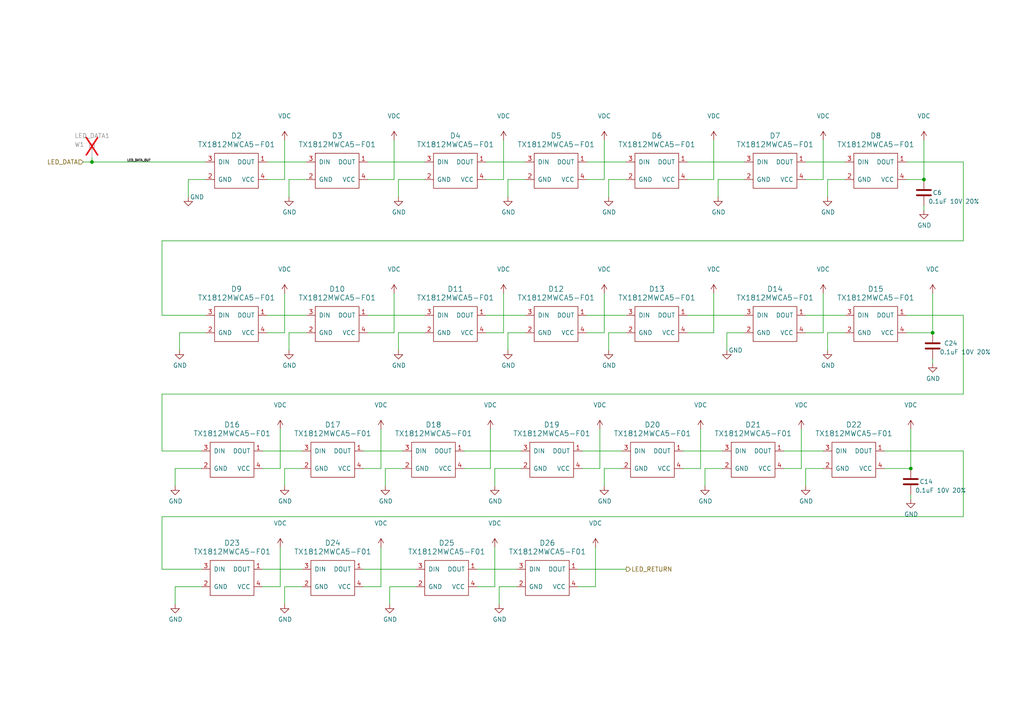
<source format=kicad_sch>
(kicad_sch (version 20250114) (generator "eeschema") (generator_version "9.0")
  (paper "A4")
  (title_block (title "Pixels D20 Schematic, Main") (date "2022-08-26") (rev "13") (company "Systemic Games, LLC") (comment 1 "LED Chain"))
  (lib_symbols
    (symbol "Device:C" (pin_numbers (hide yes)) (pin_names (offset 0.254))
      (property "Reference" "C" (at 0.635 2.54 0))
      (property "Value" "C" (at 0.635 -2.54 0))
      (symbol "C_0_1"
        (polyline (pts (xy -2.032 0.762) (xy 2.032 0.762)) (stroke (width 0.508)))
        (polyline (pts (xy -2.032 -0.762) (xy 2.032 -0.762)) (stroke (width 0.508)))
      )
      (symbol "C_1_1"
        (pin passive line (at 0 3.81 270) (length 2.794) (name "~") (number "1"))
        (pin passive line (at 0 -3.81 90) (length 2.794) (name "~") (number "2"))
      )
    )
    (symbol "Pixels-dice:TEST_1P-conn" (pin_numbers (hide yes)) (pin_names (offset 0.762) (hide yes))
      (property "Reference" "W" (at 0 6.858 0))
      (property "Value" "TEST_1P-conn" (at 0 5.08 0))
      (symbol "TEST_1P-conn_0_1"
        (circle (center 0 3.302) (radius 0.762))
      )
      (symbol "TEST_1P-conn_1_1"
        (pin passive line (at 0 0 90) (length 2.54) (name "1") (number "1"))
      )
    )
    (symbol "Pixels-dice:TX1812MJA5" (pin_names (offset 1.016))
      (property "Reference" "D" (at 0 -6.35 0))
      (property "Value" "TX1812MJA5" (at 0 6.35 0))
      (symbol "TX1812MJA5_0_1"
        (rectangle (start -6.35 5.08) (end 6.35 -5.08))
      )
      (symbol "TX1812MJA5_1_1"
        (pin input line (at -8.89 2.54 0) (length 2.54) (name "DIN") (number "3"))
        (pin power_in line (at -8.89 -2.54 0) (length 2.54) (name "GND") (number "2"))
        (pin output line (at 8.89 2.54 180) (length 2.54) (name "DOUT") (number "1"))
        (pin power_in line (at 8.89 -2.54 180) (length 2.54) (name "VCC") (number "4"))
      )
    )
    (symbol "power:GND" (power) (pin_names (offset 0))
      (property "Value" "GND" (at 0 -3.81 0))
      (symbol "GND_0_1"
        (polyline (pts (xy 0 0) (xy 0 -1.27) (xy 1.27 -1.27) (xy 0 -2.54) (xy -1.27 -1.27) (xy 0 -1.27)))
      )
      (symbol "GND_1_1"
        (pin power_in line (at 0 0 270) (length 0) (hide yes) (name "GND") (number "1"))
      )
    )
    (symbol "power:VDC" (power) (pin_names (offset 0))
      (property "Value" "VDC" (at 0 6.35 0))
      (symbol "VDC_0_1"
        (polyline (pts (xy -0.762 1.27) (xy 0 2.54)))
        (polyline (pts (xy 0 2.54) (xy 0.762 1.27)))
        (polyline (pts (xy 0 0) (xy 0 2.54)))
      )
      (symbol "VDC_1_1"
        (pin power_in line (at 0 0 90) (length 0) (hide yes) (name "VDC") (number "1"))
      )
    )
  )
  (junction (at 26.67 46.99))
  (junction (at 270.51 96.52))
  (junction (at 264.16 135.89))
  (junction (at 267.97 52.07))
  (wire (pts (xy 256.54 130.81) (xy 279.4 130.81)))
  (wire (pts (xy 233.68 96.52) (xy 238.76 96.52)))
  (wire (pts (xy 175.26 85.09) (xy 175.26 96.52)))
  (wire (pts (xy 207.01 40.64) (xy 207.01 52.07)))
  (wire (pts (xy 264.16 143.51) (xy 264.16 144.78)))
  (wire (pts (xy 203.2 124.46) (xy 203.2 135.89)))
  (wire (pts (xy 82.55 175.26) (xy 82.55 170.18)))
  (wire (pts (xy 140.97 46.99) (xy 152.4 46.99)))
  (wire (pts (xy 198.12 135.89) (xy 203.2 135.89)))
  (wire (pts (xy 279.4 46.99) (xy 279.4 69.85)))
  (wire (pts (xy 270.51 104.14) (xy 270.51 105.41)))
  (wire (pts (xy 138.43 170.18) (xy 143.51 170.18)))
  (wire (pts (xy 233.68 52.07) (xy 238.76 52.07)))
  (wire (pts (xy 50.8 170.18) (xy 58.42 170.18)))
  (wire (pts (xy 46.99 149.86) (xy 46.99 165.1)))
  (wire (pts (xy 106.68 96.52) (xy 114.3 96.52)))
  (wire (pts (xy 176.53 96.52) (xy 176.53 101.6)))
  (wire (pts (xy 279.4 114.3) (xy 46.99 114.3)))
  (wire (pts (xy 170.18 52.07) (xy 175.26 52.07)))
  (wire (pts (xy 176.53 52.07) (xy 181.61 52.07)))
  (wire (pts (xy 227.33 130.81) (xy 238.76 130.81)))
  (wire (pts (xy 50.8 135.89) (xy 50.8 140.97)))
  (wire (pts (xy 264.16 124.46) (xy 264.16 135.89)))
  (wire (pts (xy 176.53 52.07) (xy 176.53 57.15)))
  (wire (pts (xy 172.72 158.75) (xy 172.72 170.18)))
  (wire (pts (xy 82.55 85.09) (xy 82.55 96.52)))
  (wire (pts (xy 46.99 69.85) (xy 46.99 91.44)))
  (wire (pts (xy 233.68 135.89) (xy 238.76 135.89)))
  (wire (pts (xy 76.2 170.18) (xy 81.28 170.18)))
  (wire (pts (xy 146.05 85.09) (xy 146.05 96.52)))
  (wire (pts (xy 170.18 46.99) (xy 181.61 46.99)))
  (wire (pts (xy 210.82 96.52) (xy 210.82 101.6)))
  (wire (pts (xy 105.41 170.18) (xy 110.49 170.18)))
  (wire (pts (xy 76.2 165.1) (xy 87.63 165.1)))
  (wire (pts (xy 77.47 91.44) (xy 88.9 91.44)))
  (wire (pts (xy 144.78 170.18) (xy 149.86 170.18)))
  (wire (pts (xy 170.18 91.44) (xy 181.61 91.44)))
  (wire (pts (xy 114.3 40.64) (xy 114.3 52.07)))
  (wire (pts (xy 147.32 52.07) (xy 152.4 52.07)))
  (wire (pts (xy 147.32 96.52) (xy 152.4 96.52)))
  (wire (pts (xy 167.64 170.18) (xy 172.72 170.18)))
  (wire (pts (xy 204.47 140.97) (xy 204.47 135.89)))
  (wire (pts (xy 143.51 158.75) (xy 143.51 170.18)))
  (wire (pts (xy 76.2 130.81) (xy 87.63 130.81)))
  (wire (pts (xy 267.97 59.69) (xy 267.97 60.96)))
  (wire (pts (xy 46.99 130.81) (xy 58.42 130.81)))
  (wire (pts (xy 262.89 52.07) (xy 267.97 52.07)))
  (wire (pts (xy 175.26 40.64) (xy 175.26 52.07)))
  (wire (pts (xy 111.76 135.89) (xy 111.76 140.97)))
  (wire (pts (xy 140.97 91.44) (xy 152.4 91.44)))
  (wire (pts (xy 83.82 101.6) (xy 83.82 96.52)))
  (wire (pts (xy 144.78 175.26) (xy 144.78 170.18)))
  (wire (pts (xy 204.47 135.89) (xy 209.55 135.89)))
  (wire (pts (xy 199.39 96.52) (xy 207.01 96.52)))
  (wire (pts (xy 232.41 124.46) (xy 232.41 135.89)))
  (wire (pts (xy 106.68 46.99) (xy 123.19 46.99)))
  (wire (pts (xy 198.12 130.81) (xy 209.55 130.81)))
  (wire (pts (xy 240.03 96.52) (xy 245.11 96.52)))
  (wire (pts (xy 279.4 91.44) (xy 279.4 114.3)))
  (wire (pts (xy 77.47 96.52) (xy 82.55 96.52)))
  (wire (pts (xy 83.82 57.15) (xy 83.82 52.07)))
  (wire (pts (xy 111.76 135.89) (xy 116.84 135.89)))
  (wire (pts (xy 50.8 135.89) (xy 58.42 135.89)))
  (wire (pts (xy 240.03 52.07) (xy 245.11 52.07)))
  (wire (pts (xy 199.39 91.44) (xy 215.9 91.44)))
  (wire (pts (xy 199.39 52.07) (xy 207.01 52.07)))
  (wire (pts (xy 262.89 46.99) (xy 279.4 46.99)))
  (wire (pts (xy 267.97 40.64) (xy 267.97 52.07)))
  (wire (pts (xy 233.68 91.44) (xy 245.11 91.44)))
  (wire (pts (xy 26.67 46.99) (xy 59.69 46.99)))
  (wire (pts (xy 76.2 135.89) (xy 81.28 135.89)))
  (wire (pts (xy 142.24 124.46) (xy 142.24 135.89)))
  (wire (pts (xy 106.68 52.07) (xy 114.3 52.07)))
  (wire (pts (xy 170.18 96.52) (xy 175.26 96.52)))
  (wire (pts (xy 54.61 52.07) (xy 54.61 57.15)))
  (wire (pts (xy 147.32 57.15) (xy 147.32 52.07)))
  (wire (pts (xy 50.8 170.18) (xy 50.8 175.26)))
  (wire (pts (xy 114.3 85.09) (xy 114.3 96.52)))
  (wire (pts (xy 262.89 96.52) (xy 270.51 96.52)))
  (wire (pts (xy 26.67 45.72) (xy 26.67 46.99)))
  (wire (pts (xy 240.03 101.6) (xy 240.03 96.52)))
  (wire (pts (xy 168.91 130.81) (xy 180.34 130.81)))
  (wire (pts (xy 82.55 170.18) (xy 87.63 170.18)))
  (wire (pts (xy 113.03 170.18) (xy 120.65 170.18)))
  (wire (pts (xy 270.51 85.09) (xy 270.51 96.52)))
  (wire (pts (xy 208.28 52.07) (xy 208.28 57.15)))
  (wire (pts (xy 46.99 91.44) (xy 59.69 91.44)))
  (wire (pts (xy 143.51 135.89) (xy 143.51 140.97)))
  (wire (pts (xy 175.26 135.89) (xy 180.34 135.89)))
  (wire (pts (xy 279.4 130.81) (xy 279.4 149.86)))
  (wire (pts (xy 143.51 135.89) (xy 151.13 135.89)))
  (wire (pts (xy 134.62 130.81) (xy 151.13 130.81)))
  (wire (pts (xy 173.99 124.46) (xy 173.99 135.89)))
  (wire (pts (xy 208.28 52.07) (xy 215.9 52.07)))
  (wire (pts (xy 227.33 135.89) (xy 232.41 135.89)))
  (wire (pts (xy 147.32 101.6) (xy 147.32 96.52)))
  (wire (pts (xy 233.68 135.89) (xy 233.68 140.97)))
  (wire (pts (xy 46.99 165.1) (xy 58.42 165.1)))
  (wire (pts (xy 82.55 140.97) (xy 82.55 135.89)))
  (wire (pts (xy 279.4 149.86) (xy 46.99 149.86)))
  (wire (pts (xy 167.64 165.1) (xy 181.61 165.1)))
  (wire (pts (xy 54.61 52.07) (xy 59.69 52.07)))
  (wire (pts (xy 105.41 130.81) (xy 116.84 130.81)))
  (wire (pts (xy 210.82 96.52) (xy 215.9 96.52)))
  (wire (pts (xy 83.82 96.52) (xy 88.9 96.52)))
  (wire (pts (xy 238.76 85.09) (xy 238.76 96.52)))
  (wire (pts (xy 110.49 158.75) (xy 110.49 170.18)))
  (wire (pts (xy 106.68 91.44) (xy 123.19 91.44)))
  (wire (pts (xy 262.89 91.44) (xy 279.4 91.44)))
  (wire (pts (xy 52.07 96.52) (xy 59.69 96.52)))
  (wire (pts (xy 83.82 52.07) (xy 88.9 52.07)))
  (wire (pts (xy 140.97 52.07) (xy 146.05 52.07)))
  (wire (pts (xy 24.13 46.99) (xy 26.67 46.99)))
  (wire (pts (xy 256.54 135.89) (xy 264.16 135.89)))
  (wire (pts (xy 233.68 46.99) (xy 245.11 46.99)))
  (wire (pts (xy 279.4 69.85) (xy 46.99 69.85)))
  (wire (pts (xy 115.57 96.52) (xy 115.57 101.6)))
  (wire (pts (xy 77.47 46.99) (xy 88.9 46.99)))
  (wire (pts (xy 168.91 135.89) (xy 173.99 135.89)))
  (wire (pts (xy 115.57 96.52) (xy 123.19 96.52)))
  (wire (pts (xy 238.76 40.64) (xy 238.76 52.07)))
  (wire (pts (xy 81.28 124.46) (xy 81.28 135.89)))
  (wire (pts (xy 113.03 170.18) (xy 113.03 175.26)))
  (wire (pts (xy 110.49 124.46) (xy 110.49 135.89)))
  (wire (pts (xy 81.28 158.75) (xy 81.28 170.18)))
  (wire (pts (xy 105.41 135.89) (xy 110.49 135.89)))
  (wire (pts (xy 134.62 135.89) (xy 142.24 135.89)))
  (wire (pts (xy 175.26 140.97) (xy 175.26 135.89)))
  (wire (pts (xy 46.99 114.3) (xy 46.99 130.81)))
  (wire (pts (xy 138.43 165.1) (xy 149.86 165.1)))
  (wire (pts (xy 207.01 85.09) (xy 207.01 96.52)))
  (wire (pts (xy 140.97 96.52) (xy 146.05 96.52)))
  (wire (pts (xy 82.55 40.64) (xy 82.55 52.07)))
  (wire (pts (xy 199.39 46.99) (xy 215.9 46.99)))
  (wire (pts (xy 115.57 52.07) (xy 123.19 52.07)))
  (wire (pts (xy 146.05 40.64) (xy 146.05 52.07)))
  (wire (pts (xy 240.03 57.15) (xy 240.03 52.07)))
  (wire (pts (xy 77.47 52.07) (xy 82.55 52.07)))
  (wire (pts (xy 52.07 96.52) (xy 52.07 101.6)))
  (wire (pts (xy 82.55 135.89) (xy 87.63 135.89)))
  (wire (pts (xy 176.53 96.52) (xy 181.61 96.52)))
  (wire (pts (xy 115.57 52.07) (xy 115.57 57.15)))
  (wire (pts (xy 105.41 165.1) (xy 120.65 165.1)))
  (label "LED_DATA_OUT" (at 36.83 46.99 0) (effects (font (size 0.635 0.635))))
  (hierarchical_label "LED_RETURN" (shape output) (at 181.61 165.1 0))
  (hierarchical_label "LED_DATA" (shape input) (at 24.13 46.99 180))
  (symbol (lib_id "power:VDC") (at 82.55 40.64 0) (unit 1)
    (property "Reference" "#PWR0103" (effects (hide yes)))
    (property "Value" "VDC" (at 82.55 33.655 0))
  )
  (symbol (lib_id "power:VDC") (at 114.3 40.64 0) (unit 1)
    (property "Reference" "#PWR0104" (effects (hide yes)))
    (property "Value" "VDC" (at 114.3 33.655 0))
  )
  (symbol (lib_id "power:GND") (at 54.61 57.15 0) (unit 1)
    (property "Reference" "#PWR0105" (effects (hide yes)))
    (property "Value" "GND" (at 57.15 57.15 0))
  )
  (symbol (lib_id "power:GND") (at 83.82 57.15 0) (unit 1)
    (property "Reference" "#PWR0106" (effects (hide yes)))
    (property "Value" "GND" (at 83.947 61.5442 0))
  )
  (symbol (lib_id "power:VDC") (at 146.05 40.64 0) (unit 1)
    (property "Reference" "#PWR0107" (effects (hide yes)))
    (property "Value" "VDC" (at 146.05 33.655 0))
  )
  (symbol (lib_id "power:VDC") (at 175.26 40.64 0) (unit 1)
    (property "Reference" "#PWR0108" (effects (hide yes)))
    (property "Value" "VDC" (at 175.26 33.655 0))
  )
  (symbol (lib_id "power:GND") (at 115.57 57.15 0) (unit 1)
    (property "Reference" "#PWR0109" (effects (hide yes)))
    (property "Value" "GND" (at 115.697 61.5442 0))
  )
  (symbol (lib_id "power:GND") (at 147.32 57.15 0) (unit 1)
    (property "Reference" "#PWR0110" (effects (hide yes)))
    (property "Value" "GND" (at 147.447 61.5442 0))
  )
  (symbol (lib_id "power:VDC") (at 207.01 40.64 0) (unit 1)
    (property "Reference" "#PWR0111" (effects (hide yes)))
    (property "Value" "VDC" (at 207.01 33.655 0))
  )
  (symbol (lib_id "power:VDC") (at 238.76 40.64 0) (unit 1)
    (property "Reference" "#PWR0112" (effects (hide yes)))
    (property "Value" "VDC" (at 238.76 33.655 0))
  )
  (symbol (lib_id "power:VDC") (at 267.97 40.64 0) (unit 1)
    (property "Reference" "#PWR0113" (effects (hide yes)))
    (property "Value" "VDC" (at 267.97 33.655 0))
  )
  (symbol (lib_id "power:GND") (at 208.28 57.15 0) (unit 1)
    (property "Reference" "#PWR0114" (effects (hide yes)))
    (property "Value" "GND" (at 208.407 61.5442 0))
  )
  (symbol (lib_id "power:GND") (at 240.03 57.15 0) (unit 1)
    (property "Reference" "#PWR0115" (effects (hide yes)))
    (property "Value" "GND" (at 240.157 61.5442 0))
  )
  (symbol (lib_id "power:GND") (at 176.53 57.15 0) (unit 1)
    (property "Reference" "#PWR0116" (effects (hide yes)))
    (property "Value" "GND" (at 176.657 61.5442 0))
  )
  (symbol (lib_id "power:VDC") (at 82.55 85.09 0) (unit 1)
    (property "Reference" "#PWR0117" (effects (hide yes)))
    (property "Value" "VDC" (at 82.55 78.105 0))
  )
  (symbol (lib_id "power:VDC") (at 114.3 85.09 0) (unit 1)
    (property "Reference" "#PWR0118" (effects (hide yes)))
    (property "Value" "VDC" (at 114.3 78.105 0))
  )
  (symbol (lib_id "power:GND") (at 52.07 101.6 0) (unit 1)
    (property "Reference" "#PWR0119" (effects (hide yes)))
    (property "Value" "GND" (at 52.197 105.9942 0))
  )
  (symbol (lib_id "power:GND") (at 83.82 101.6 0) (unit 1)
    (property "Reference" "#PWR0120" (effects (hide yes)))
    (property "Value" "GND" (at 83.947 105.9942 0))
  )
  (symbol (lib_id "power:VDC") (at 175.26 85.09 0) (unit 1)
    (property "Reference" "#PWR0121" (effects (hide yes)))
    (property "Value" "VDC" (at 175.26 78.105 0))
  )
  (symbol (lib_id "power:GND") (at 115.57 101.6 0) (unit 1)
    (property "Reference" "#PWR0122" (effects (hide yes)))
    (property "Value" "GND" (at 115.697 105.9942 0))
  )
  (symbol (lib_id "power:GND") (at 147.32 101.6 0) (unit 1)
    (property "Reference" "#PWR0123" (effects (hide yes)))
    (property "Value" "GND" (at 147.447 105.9942 0))
  )
  (symbol (lib_id "power:VDC") (at 270.51 85.09 0) (unit 1)
    (property "Reference" "#PWR0124" (effects (hide yes)))
    (property "Value" "VDC" (at 270.51 78.105 0))
  )
  (symbol (lib_id "power:GND") (at 176.53 101.6 0) (unit 1)
    (property "Reference" "#PWR0129" (effects (hide yes)))
    (property "Value" "GND" (at 176.657 105.9942 0))
  )
  (symbol (lib_id "power:GND") (at 267.97 60.96 0) (unit 1)
    (property "Reference" "#PWR0140" (effects (hide yes)))
    (property "Value" "GND" (at 268.097 65.3542 0))
  )
  (symbol (lib_id "Device:C") (at 270.51 100.33 0) (unit 1)
    (property "Reference" "C24" (at 273.812 99.568 0) (effects (justify left)))
    (property "Value" "0.1uF 10V 20%" (at 272.542 102.108 0) (effects (justify left)))
    (property "Footprint" "Capacitor_SMD:C_0201_0603Metric" (effects (hide yes)))
    (property "Generic OK" "YES" (effects (hide yes)))
    (property "Manufacturer" "HRE" (effects (hide yes)))
    (property "LCSC Part #" "C6119757" (effects (hide yes)))
    (property "Part Number" "CGA0201X5R104K100ET" (effects (hide yes)))
  )
  (symbol (lib_id "power:GND") (at 270.51 105.41 0) (unit 1)
    (property "Reference" "#PWR0141" (effects (hide yes)))
    (property "Value" "GND" (at 270.637 109.8042 0))
  )
  (symbol (lib_id "Pixels-dice:TX1812MJA5") (at 224.79 93.98 0) (unit 1)
    (property "Reference" "D14" (at 224.79 83.82 0) (effects (font (size 1.524 1.524))))
    (property "Value" "TX1812MWCA5-F01" (at 224.79 86.36 0) (effects (font (size 1.524 1.524))))
    (property "Footprint" "Pixels-dice:TX1812MWCA5-F01" (effects (hide yes)))
    (property "Manufacturer" "TCWIN" (effects (hide yes)))
    (property "Part Number" "TX1812MWCA5-F01" (effects (hide yes)))
  )
  (symbol (lib_id "power:GND") (at 144.78 175.26 0) (unit 1)
    (property "Reference" "#PWR076" (effects (hide yes)))
    (property "Value" "GND" (at 144.907 179.6542 0))
  )
  (symbol (lib_id "Pixels-dice:TX1812MJA5") (at 224.79 49.53 0) (unit 1)
    (property "Reference" "D7" (at 224.79 39.37 0) (effects (font (size 1.524 1.524))))
    (property "Value" "TX1812MWCA5-F01" (at 224.79 41.91 0) (effects (font (size 1.524 1.524))))
    (property "Footprint" "Pixels-dice:TX1812MWCA5-F01" (effects (hide yes)))
    (property "Manufacturer" "TCWIN" (effects (hide yes)))
    (property "Part Number" "TX1812MWCA5-F01" (effects (hide yes)))
  )
  (symbol (lib_id "Pixels-dice:TX1812MJA5") (at 67.31 133.35 0) (unit 1)
    (property "Reference" "D16" (at 67.31 123.19 0) (effects (font (size 1.524 1.524))))
    (property "Value" "TX1812MWCA5-F01" (at 67.31 125.73 0) (effects (font (size 1.524 1.524))))
    (property "Footprint" "Pixels-dice:TX1812MWCA5-F01" (effects (hide yes)))
    (property "Manufacturer" "TCWIN" (effects (hide yes)))
    (property "Part Number" "TX1812MWCA5-F01" (effects (hide yes)))
  )
  (symbol (lib_id "Pixels-dice:TX1812MJA5") (at 67.31 167.64 0) (unit 1)
    (property "Reference" "D23" (at 67.31 157.48 0) (effects (font (size 1.524 1.524))))
    (property "Value" "TX1812MWCA5-F01" (at 67.31 160.02 0) (effects (font (size 1.524 1.524))))
    (property "Footprint" "Pixels-dice:TX1812MWCA5-F01" (effects (hide yes)))
    (property "Manufacturer" "TCWIN" (effects (hide yes)))
    (property "Part Number" "TX1812MWCA5-F01" (effects (hide yes)))
  )
  (symbol (lib_id "Pixels-dice:TX1812MJA5") (at 129.54 167.64 0) (unit 1)
    (property "Reference" "D25" (at 129.54 157.48 0) (effects (font (size 1.524 1.524))))
    (property "Value" "TX1812MWCA5-F01" (at 129.54 160.02 0) (effects (font (size 1.524 1.524))))
    (property "Footprint" "Pixels-dice:TX1812MWCA5-F01" (effects (hide yes)))
    (property "Manufacturer" "TCWIN" (effects (hide yes)))
    (property "Part Number" "TX1812MWCA5-F01" (effects (hide yes)))
  )
  (symbol (lib_id "Device:C") (at 264.16 139.7 0) (unit 1)
    (property "Reference" "C14" (at 266.7 139.7 0) (effects (justify left)))
    (property "Value" "0.1uF 10V 20%" (at 265.43 142.24 0) (effects (justify left)))
    (property "Footprint" "Capacitor_SMD:C_0201_0603Metric" (effects (hide yes)))
    (property "Generic OK" "YES" (effects (hide yes)))
    (property "Manufacturer" "HRE" (effects (hide yes)))
    (property "LCSC Part #" "C6119757" (effects (hide yes)))
    (property "Part Number" "CGA0201X5R104K100ET" (effects (hide yes)))
  )
  (symbol (lib_id "Pixels-dice:TX1812MJA5") (at 125.73 133.35 0) (unit 1)
    (property "Reference" "D18" (at 125.73 123.19 0) (effects (font (size 1.524 1.524))))
    (property "Value" "TX1812MWCA5-F01" (at 125.73 125.73 0) (effects (font (size 1.524 1.524))))
    (property "Footprint" "Pixels-dice:TX1812MWCA5-F01" (effects (hide yes)))
    (property "Manufacturer" "TCWIN" (effects (hide yes)))
    (property "Part Number" "TX1812MWCA5-F01" (effects (hide yes)))
  )
  (symbol (lib_id "Device:C") (at 267.97 55.88 0) (unit 1)
    (property "Reference" "C6" (at 270.51 55.88 0) (effects (justify left)))
    (property "Value" "0.1uF 10V 20%" (at 269.24 58.42 0) (effects (justify left)))
    (property "Footprint" "Capacitor_SMD:C_0201_0603Metric" (effects (hide yes)))
    (property "Generic OK" "YES" (effects (hide yes)))
    (property "Manufacturer" "HRE" (effects (hide yes)))
    (property "LCSC Part #" "C6119757" (effects (hide yes)))
    (property "Part Number" "CGA0201X5R104K100ET" (effects (hide yes)))
  )
  (symbol (lib_id "Pixels-dice:TX1812MJA5") (at 161.29 49.53 0) (unit 1)
    (property "Reference" "D5" (at 161.29 39.37 0) (effects (font (size 1.524 1.524))))
    (property "Value" "TX1812MWCA5-F01" (at 161.29 41.91 0) (effects (font (size 1.524 1.524))))
    (property "Footprint" "Pixels-dice:TX1812MWCA5-F01" (effects (hide yes)))
    (property "Manufacturer" "TCWIN" (effects (hide yes)))
    (property "Part Number" "TX1812MWCA5-F01" (effects (hide yes)))
  )
  (symbol (lib_id "Pixels-dice:TX1812MJA5") (at 132.08 49.53 0) (unit 1)
    (property "Reference" "D4" (at 132.08 39.37 0) (effects (font (size 1.524 1.524))))
    (property "Value" "TX1812MWCA5-F01" (at 132.08 41.91 0) (effects (font (size 1.524 1.524))))
    (property "Footprint" "Pixels-dice:TX1812MWCA5-F01" (effects (hide yes)))
    (property "Manufacturer" "TCWIN" (effects (hide yes)))
    (property "Part Number" "TX1812MWCA5-F01" (effects (hide yes)))
  )
  (symbol (lib_id "Pixels-dice:TX1812MJA5") (at 132.08 93.98 0) (unit 1)
    (property "Reference" "D11" (at 132.08 83.82 0) (effects (font (size 1.524 1.524))))
    (property "Value" "TX1812MWCA5-F01" (at 132.08 86.36 0) (effects (font (size 1.524 1.524))))
    (property "Footprint" "Pixels-dice:TX1812MWCA5-F01" (effects (hide yes)))
    (property "Manufacturer" "TCWIN" (effects (hide yes)))
    (property "Part Number" "TX1812MWCA5-F01" (effects (hide yes)))
  )
  (symbol (lib_id "Pixels-dice:TX1812MJA5") (at 190.5 49.53 0) (unit 1)
    (property "Reference" "D6" (at 190.5 39.37 0) (effects (font (size 1.524 1.524))))
    (property "Value" "TX1812MWCA5-F01" (at 190.5 41.91 0) (effects (font (size 1.524 1.524))))
    (property "Footprint" "Pixels-dice:TX1812MWCA5-F01" (effects (hide yes)))
    (property "Manufacturer" "TCWIN" (effects (hide yes)))
    (property "Part Number" "TX1812MWCA5-F01" (effects (hide yes)))
  )
  (symbol (lib_id "power:VDC") (at 81.28 158.75 0) (unit 1)
    (property "Reference" "#PWR069" (effects (hide yes)))
    (property "Value" "VDC" (at 81.28 151.765 0))
  )
  (symbol (lib_id "Pixels-dice:TX1812MJA5") (at 247.65 133.35 0) (unit 1)
    (property "Reference" "D22" (at 247.65 123.19 0) (effects (font (size 1.524 1.524))))
    (property "Value" "TX1812MWCA5-F01" (at 247.65 125.73 0) (effects (font (size 1.524 1.524))))
    (property "Footprint" "Pixels-dice:TX1812MWCA5-F01" (effects (hide yes)))
    (property "Manufacturer" "TCWIN" (effects (hide yes)))
    (property "Part Number" "TX1812MWCA5-F01" (effects (hide yes)))
  )
  (symbol (lib_id "power:GND") (at 82.55 140.97 0) (unit 1)
    (property "Reference" "#PWR043" (effects (hide yes)))
    (property "Value" "GND" (at 82.677 145.3642 0))
  )
  (symbol (lib_id "Pixels-dice:TX1812MJA5") (at 190.5 93.98 0) (unit 1)
    (property "Reference" "D13" (at 190.5 83.82 0) (effects (font (size 1.524 1.524))))
    (property "Value" "TX1812MWCA5-F01" (at 190.5 86.36 0) (effects (font (size 1.524 1.524))))
    (property "Footprint" "Pixels-dice:TX1812MWCA5-F01" (effects (hide yes)))
    (property "Manufacturer" "TCWIN" (effects (hide yes)))
    (property "Part Number" "TX1812MWCA5-F01" (effects (hide yes)))
  )
  (symbol (lib_id "power:VDC") (at 203.2 124.46 0) (unit 1)
    (property "Reference" "#PWR074" (effects (hide yes)))
    (property "Value" "VDC" (at 203.2 117.475 0))
  )
  (symbol (lib_id "Pixels-dice:TX1812MJA5") (at 96.52 167.64 0) (unit 1)
    (property "Reference" "D24" (at 96.52 157.48 0) (effects (font (size 1.524 1.524))))
    (property "Value" "TX1812MWCA5-F01" (at 96.52 160.02 0) (effects (font (size 1.524 1.524))))
    (property "Footprint" "Pixels-dice:TX1812MWCA5-F01" (effects (hide yes)))
    (property "Manufacturer" "TCWIN" (effects (hide yes)))
    (property "Part Number" "TX1812MWCA5-F01" (effects (hide yes)))
  )
  (symbol (lib_id "power:GND") (at 143.51 140.97 0) (unit 1)
    (property "Reference" "#PWR053" (effects (hide yes)))
    (property "Value" "GND" (at 143.637 145.3642 0))
  )
  (symbol (lib_id "power:GND") (at 113.03 175.26 0) (unit 1)
    (property "Reference" "#PWR063" (effects (hide yes)))
    (property "Value" "GND" (at 113.157 179.6542 0))
  )
  (symbol (lib_id "power:GND") (at 111.76 140.97 0) (unit 1)
    (property "Reference" "#PWR047" (effects (hide yes)))
    (property "Value" "GND" (at 111.887 145.3642 0))
  )
  (symbol (lib_id "power:VDC") (at 142.24 124.46 0) (unit 1)
    (property "Reference" "#PWR048" (effects (hide yes)))
    (property "Value" "VDC" (at 142.24 117.475 0))
  )
  (symbol (lib_id "power:VDC") (at 172.72 158.75 0) (unit 1)
    (property "Reference" "#PWR077" (effects (hide yes)))
    (property "Value" "VDC" (at 172.72 151.765 0))
  )
  (symbol (lib_id "power:VDC") (at 110.49 158.75 0) (unit 1)
    (property "Reference" "#PWR071" (effects (hide yes)))
    (property "Value" "VDC" (at 110.49 151.765 0))
  )
  (symbol (lib_id "power:VDC") (at 146.05 85.09 0) (unit 1)
    (property "Reference" "#PWR015" (effects (hide yes)))
    (property "Value" "VDC" (at 146.05 78.105 0))
  )
  (symbol (lib_id "Pixels-dice:TX1812MJA5") (at 254 49.53 0) (unit 1)
    (property "Reference" "D8" (at 254 39.37 0) (effects (font (size 1.524 1.524))))
    (property "Value" "TX1812MWCA5-F01" (at 254 41.91 0) (effects (font (size 1.524 1.524))))
    (property "Footprint" "Pixels-dice:TX1812MWCA5-F01" (effects (hide yes)))
    (property "Manufacturer" "TCWIN" (effects (hide yes)))
    (property "Part Number" "TX1812MWCA5-F01" (effects (hide yes)))
  )
  (symbol (lib_id "power:GND") (at 240.03 101.6 0) (unit 1)
    (property "Reference" "#PWR020" (effects (hide yes)))
    (property "Value" "GND" (at 240.157 105.9942 0))
  )
  (symbol (lib_id "power:GND") (at 50.8 175.26 0) (unit 1)
    (property "Reference" "#PWR068" (effects (hide yes)))
    (property "Value" "GND" (at 50.927 179.6542 0))
  )
  (symbol (lib_id "power:VDC") (at 232.41 124.46 0) (unit 1)
    (property "Reference" "#PWR065" (effects (hide yes)))
    (property "Value" "VDC" (at 232.41 117.475 0))
  )
  (symbol (lib_id "Pixels-dice:TX1812MJA5") (at 97.79 93.98 0) (unit 1)
    (property "Reference" "D10" (at 97.79 83.82 0) (effects (font (size 1.524 1.524))))
    (property "Value" "TX1812MWCA5-F01" (at 97.79 86.36 0) (effects (font (size 1.524 1.524))))
    (property "Footprint" "Pixels-dice:TX1812MWCA5-F01" (effects (hide yes)))
    (property "Manufacturer" "TCWIN" (effects (hide yes)))
    (property "Part Number" "TX1812MWCA5-F01" (effects (hide yes)))
  )
  (symbol (lib_id "power:GND") (at 264.16 144.78 0) (unit 1)
    (property "Reference" "#PWR064" (effects (hide yes)))
    (property "Value" "GND" (at 264.287 149.1742 0))
  )
  (symbol (lib_id "power:GND") (at 204.47 140.97 0) (unit 1)
    (property "Reference" "#PWR073" (effects (hide yes)))
    (property "Value" "GND" (at 204.597 145.3642 0))
  )
  (symbol (lib_id "Pixels-dice:TX1812MJA5") (at 158.75 167.64 0) (unit 1)
    (property "Reference" "D26" (at 158.75 157.48 0) (effects (font (size 1.524 1.524))))
    (property "Value" "TX1812MWCA5-F01" (at 158.75 160.02 0) (effects (font (size 1.524 1.524))))
    (property "Footprint" "Pixels-dice:TX1812MWCA5-F01" (effects (hide yes)))
    (property "Manufacturer" "TCWIN" (effects (hide yes)))
    (property "Part Number" "TX1812MWCA5-F01" (effects (hide yes)))
  )
  (symbol (lib_id "power:VDC") (at 110.49 124.46 0) (unit 1)
    (property "Reference" "#PWR046" (effects (hide yes)))
    (property "Value" "VDC" (at 110.49 117.475 0))
  )
  (symbol (lib_id "Pixels-dice:TX1812MJA5") (at 97.79 49.53 0) (unit 1)
    (property "Reference" "D3" (at 97.79 39.37 0) (effects (font (size 1.524 1.524))))
    (property "Value" "TX1812MWCA5-F01" (at 97.79 41.91 0) (effects (font (size 1.524 1.524))))
    (property "Footprint" "Pixels-dice:TX1812MWCA5-F01" (effects (hide yes)))
    (property "Manufacturer" "TCWIN" (effects (hide yes)))
    (property "Part Number" "TX1812MWCA5-F01" (effects (hide yes)))
  )
  (symbol (lib_id "power:GND") (at 50.8 140.97 0) (unit 1)
    (property "Reference" "#PWR023" (effects (hide yes)))
    (property "Value" "GND" (at 50.927 145.3642 0))
  )
  (symbol (lib_id "Pixels-dice:TX1812MJA5") (at 160.02 133.35 0) (unit 1)
    (property "Reference" "D19" (at 160.02 123.19 0) (effects (font (size 1.524 1.524))))
    (property "Value" "TX1812MWCA5-F01" (at 160.02 125.73 0) (effects (font (size 1.524 1.524))))
    (property "Footprint" "Pixels-dice:TX1812MWCA5-F01" (effects (hide yes)))
    (property "Manufacturer" "TCWIN" (effects (hide yes)))
    (property "Part Number" "TX1812MWCA5-F01" (effects (hide yes)))
  )
  (symbol (lib_id "power:VDC") (at 173.99 124.46 0) (unit 1)
    (property "Reference" "#PWR054" (effects (hide yes)))
    (property "Value" "VDC" (at 173.99 117.475 0))
  )
  (symbol (lib_id "Pixels-dice:TX1812MJA5") (at 68.58 49.53 0) (unit 1)
    (property "Reference" "D2" (at 68.58 39.37 0) (effects (font (size 1.524 1.524))))
    (property "Value" "TX1812MWCA5-F01" (at 68.58 41.91 0) (effects (font (size 1.524 1.524))))
    (property "Footprint" "Pixels-dice:TX1812MWCA5-F01" (effects (hide yes)))
    (property "Manufacturer" "TCWIN" (effects (hide yes)))
    (property "Part Number" "TX1812MWCA5-F01" (effects (hide yes)))
  )
  (symbol (lib_id "Pixels-dice:TX1812MJA5") (at 68.58 93.98 0) (unit 1)
    (property "Reference" "D9" (at 68.58 83.82 0) (effects (font (size 1.524 1.524))))
    (property "Value" "TX1812MWCA5-F01" (at 68.58 86.36 0) (effects (font (size 1.524 1.524))))
    (property "Footprint" "Pixels-dice:TX1812MWCA5-F01" (effects (hide yes)))
    (property "Manufacturer" "TCWIN" (effects (hide yes)))
    (property "Part Number" "TX1812MWCA5-F01" (effects (hide yes)))
  )
  (symbol (lib_id "Pixels-dice:TX1812MJA5") (at 218.44 133.35 0) (unit 1)
    (property "Reference" "D21" (at 218.44 123.19 0) (effects (font (size 1.524 1.524))))
    (property "Value" "TX1812MWCA5-F01" (at 218.44 125.73 0) (effects (font (size 1.524 1.524))))
    (property "Footprint" "Pixels-dice:TX1812MWCA5-F01" (effects (hide yes)))
    (property "Manufacturer" "TCWIN" (effects (hide yes)))
    (property "Part Number" "TX1812MWCA5-F01" (effects (hide yes)))
  )
  (symbol (lib_id "power:GND") (at 210.82 101.6 0) (unit 1)
    (property "Reference" "#PWR013" (effects (hide yes)))
    (property "Value" "GND" (at 213.36 101.6 0))
  )
  (symbol (lib_id "power:VDC") (at 264.16 124.46 0) (unit 1)
    (property "Reference" "#PWR067" (effects (hide yes)))
    (property "Value" "VDC" (at 264.16 117.475 0))
  )
  (symbol (lib_id "power:VDC") (at 207.01 85.09 0) (unit 1)
    (property "Reference" "#PWR021" (effects (hide yes)))
    (property "Value" "VDC" (at 207.01 78.105 0))
  )
  (symbol (lib_id "power:GND") (at 82.55 175.26 0) (unit 1)
    (property "Reference" "#PWR070" (effects (hide yes)))
    (property "Value" "GND" (at 82.677 179.6542 0))
  )
  (symbol (lib_id "power:VDC") (at 81.28 124.46 0) (unit 1)
    (property "Reference" "#PWR037" (effects (hide yes)))
    (property "Value" "VDC" (at 81.28 117.475 0))
  )
  (symbol (lib_id "power:VDC") (at 143.51 158.75 0) (unit 1)
    (property "Reference" "#PWR072" (effects (hide yes)))
    (property "Value" "VDC" (at 143.51 151.765 0))
  )
  (symbol (lib_id "Pixels-dice:TX1812MJA5") (at 189.23 133.35 0) (unit 1)
    (property "Reference" "D20" (at 189.23 123.19 0) (effects (font (size 1.524 1.524))))
    (property "Value" "TX1812MWCA5-F01" (at 189.23 125.73 0) (effects (font (size 1.524 1.524))))
    (property "Footprint" "Pixels-dice:TX1812MWCA5-F01" (effects (hide yes)))
    (property "Manufacturer" "TCWIN" (effects (hide yes)))
    (property "Part Number" "TX1812MWCA5-F01" (effects (hide yes)))
  )
  (symbol (lib_id "Pixels-dice:TX1812MJA5") (at 254 93.98 0) (unit 1)
    (property "Reference" "D15" (at 254 83.82 0) (effects (font (size 1.524 1.524))))
    (property "Value" "TX1812MWCA5-F01" (at 254 86.36 0) (effects (font (size 1.524 1.524))))
    (property "Footprint" "Pixels-dice:TX1812MWCA5-F01" (effects (hide yes)))
    (property "Manufacturer" "TCWIN" (effects (hide yes)))
    (property "Part Number" "TX1812MWCA5-F01" (effects (hide yes)))
  )
  (symbol (lib_id "Pixels-dice:TX1812MJA5") (at 96.52 133.35 0) (unit 1)
    (property "Reference" "D17" (at 96.52 123.19 0) (effects (font (size 1.524 1.524))))
    (property "Value" "TX1812MWCA5-F01" (at 96.52 125.73 0) (effects (font (size 1.524 1.524))))
    (property "Footprint" "Pixels-dice:TX1812MWCA5-F01" (effects (hide yes)))
    (property "Manufacturer" "TCWIN" (effects (hide yes)))
    (property "Part Number" "TX1812MWCA5-F01" (effects (hide yes)))
  )
  (symbol (lib_id "power:GND") (at 175.26 140.97 0) (unit 1)
    (property "Reference" "#PWR055" (effects (hide yes)))
    (property "Value" "GND" (at 175.387 145.3642 0))
  )
  (symbol (lib_id "power:GND") (at 233.68 140.97 0) (unit 1)
    (property "Reference" "#PWR066" (effects (hide yes)))
    (property "Value" "GND" (at 233.807 145.3642 0))
  )
  (symbol (lib_id "power:VDC") (at 238.76 85.09 0) (unit 1)
    (property "Reference" "#PWR019" (effects (hide yes)))
    (property "Value" "VDC" (at 238.76 78.105 0))
  )
  (symbol (lib_id "Pixels-dice:TX1812MJA5") (at 161.29 93.98 0) (unit 1)
    (property "Reference" "D12" (at 161.29 83.82 0) (effects (font (size 1.524 1.524))))
    (property "Value" "TX1812MWCA5-F01" (at 161.29 86.36 0) (effects (font (size 1.524 1.524))))
    (property "Footprint" "Pixels-dice:TX1812MWCA5-F01" (effects (hide yes)))
    (property "Manufacturer" "TCWIN" (effects (hide yes)))
    (property "Part Number" "TX1812MWCA5-F01" (effects (hide yes)))
  )
  (symbol (lib_id "Pixels-dice:TEST_1P-conn") (at 26.67 45.72 0) (unit 1) (in_bom no) (dnp yes)
    (property "Reference" "W1" (at 21.59 41.91 0) (effects (justify left)))
    (property "Value" "LED_DATA1" (at 21.59 39.37 0) (effects (justify left)))
    (property "Footprint" "Pixels-dice:TEST_PIN" (effects (hide yes)))
    (property "Generic OK" "N/A" (effects (hide yes)))
  )
)
</source>
